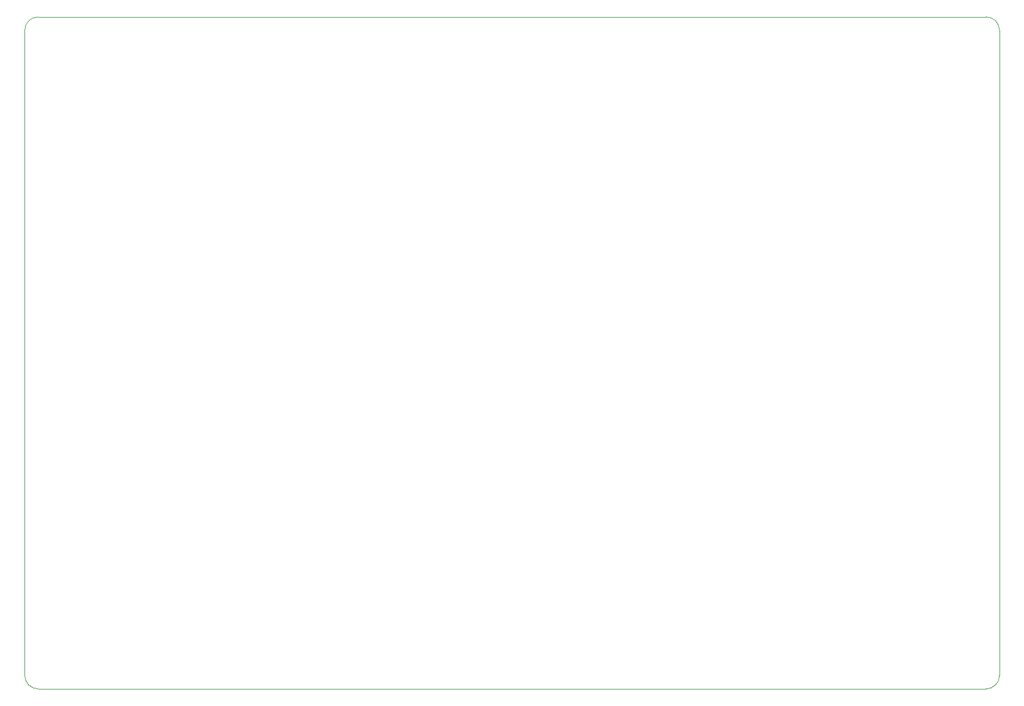
<source format=gbr>
%TF.GenerationSoftware,KiCad,Pcbnew,8.0.3*%
%TF.CreationDate,2024-06-17T23:08:07+02:00*%
%TF.ProjectId,Sequenceur,53657175-656e-4636-9575-722e6b696361,rev?*%
%TF.SameCoordinates,PX4add0a0PY8e93060*%
%TF.FileFunction,Profile,NP*%
%FSLAX46Y46*%
G04 Gerber Fmt 4.6, Leading zero omitted, Abs format (unit mm)*
G04 Created by KiCad (PCBNEW 8.0.3) date 2024-06-17 23:08:07*
%MOMM*%
%LPD*%
G01*
G04 APERTURE LIST*
%TA.AperFunction,Profile*%
%ADD10C,0.100000*%
%TD*%
G04 APERTURE END LIST*
D10*
X0Y98000000D02*
G75*
G02*
X2000000Y100000000I2000000J0D01*
G01*
X2000000Y0D02*
G75*
G02*
X0Y2000000I0J2000000D01*
G01*
X145000000Y2000000D02*
G75*
G02*
X143000000Y0I-2000000J0D01*
G01*
X2000000Y100000000D02*
X143000000Y100000000D01*
X0Y2000000D02*
X0Y98000000D01*
X143000000Y0D02*
X2000000Y0D01*
X145000000Y98000000D02*
X145000000Y2000000D01*
X143000000Y100000000D02*
G75*
G02*
X145000000Y98000000I0J-2000000D01*
G01*
M02*

</source>
